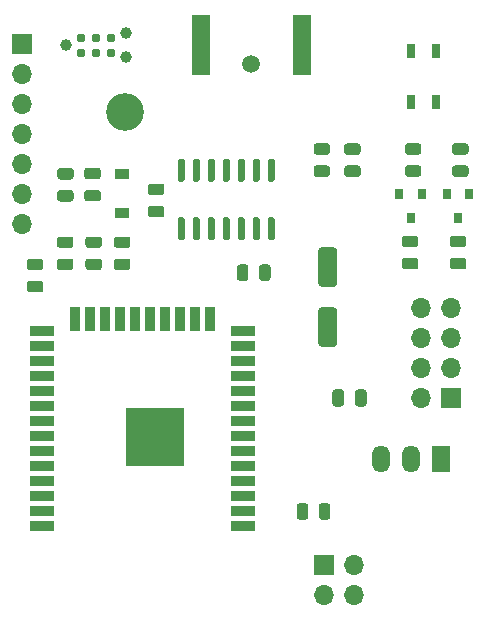
<source format=gts>
G04 #@! TF.GenerationSoftware,KiCad,Pcbnew,(5.1.9-0-10_14)*
G04 #@! TF.CreationDate,2021-06-21T08:57:09+02:00*
G04 #@! TF.ProjectId,ithowifi_4l,6974686f-7769-4666-995f-346c2e6b6963,rev?*
G04 #@! TF.SameCoordinates,Original*
G04 #@! TF.FileFunction,Soldermask,Top*
G04 #@! TF.FilePolarity,Negative*
%FSLAX46Y46*%
G04 Gerber Fmt 4.6, Leading zero omitted, Abs format (unit mm)*
G04 Created by KiCad (PCBNEW (5.1.9-0-10_14)) date 2021-06-21 08:57:09*
%MOMM*%
%LPD*%
G01*
G04 APERTURE LIST*
%ADD10R,0.650000X1.200000*%
%ADD11O,1.700000X1.700000*%
%ADD12R,1.700000X1.700000*%
%ADD13C,3.200000*%
%ADD14C,0.787400*%
%ADD15C,0.990600*%
%ADD16R,2.000000X0.900000*%
%ADD17R,0.900000X2.000000*%
%ADD18R,5.000000X5.000000*%
%ADD19C,1.500000*%
%ADD20R,1.200000X0.900000*%
%ADD21R,1.500000X5.080000*%
%ADD22R,0.800000X0.900000*%
%ADD23O,1.500000X2.300000*%
%ADD24R,1.500000X2.300000*%
G04 APERTURE END LIST*
D10*
X118682000Y-112693000D03*
X118682000Y-108393000D03*
X120832000Y-112693000D03*
X120832000Y-108393000D03*
G36*
G01*
X113032000Y-137293000D02*
X113032000Y-138243000D01*
G75*
G02*
X112782000Y-138493000I-250000J0D01*
G01*
X112282000Y-138493000D01*
G75*
G02*
X112032000Y-138243000I0J250000D01*
G01*
X112032000Y-137293000D01*
G75*
G02*
X112282000Y-137043000I250000J0D01*
G01*
X112782000Y-137043000D01*
G75*
G02*
X113032000Y-137293000I0J-250000D01*
G01*
G37*
G36*
G01*
X114932000Y-137293000D02*
X114932000Y-138243000D01*
G75*
G02*
X114682000Y-138493000I-250000J0D01*
G01*
X114182000Y-138493000D01*
G75*
G02*
X113932000Y-138243000I0J250000D01*
G01*
X113932000Y-137293000D01*
G75*
G02*
X114182000Y-137043000I250000J0D01*
G01*
X114682000Y-137043000D01*
G75*
G02*
X114932000Y-137293000I0J-250000D01*
G01*
G37*
G36*
G01*
X112182000Y-128355500D02*
X111082000Y-128355500D01*
G75*
G02*
X110832000Y-128105500I0J250000D01*
G01*
X110832000Y-125280500D01*
G75*
G02*
X111082000Y-125030500I250000J0D01*
G01*
X112182000Y-125030500D01*
G75*
G02*
X112432000Y-125280500I0J-250000D01*
G01*
X112432000Y-128105500D01*
G75*
G02*
X112182000Y-128355500I-250000J0D01*
G01*
G37*
G36*
G01*
X112182000Y-133430500D02*
X111082000Y-133430500D01*
G75*
G02*
X110832000Y-133180500I0J250000D01*
G01*
X110832000Y-130355500D01*
G75*
G02*
X111082000Y-130105500I250000J0D01*
G01*
X112182000Y-130105500D01*
G75*
G02*
X112432000Y-130355500I0J-250000D01*
G01*
X112432000Y-133180500D01*
G75*
G02*
X112182000Y-133430500I-250000J0D01*
G01*
G37*
D11*
X113832000Y-154468000D03*
X111292000Y-154468000D03*
X113832000Y-151928000D03*
D12*
X111292000Y-151928000D03*
D13*
X94488000Y-113538000D03*
G36*
G01*
X99372600Y-124416000D02*
X99072600Y-124416000D01*
G75*
G02*
X98922600Y-124266000I0J150000D01*
G01*
X98922600Y-122616000D01*
G75*
G02*
X99072600Y-122466000I150000J0D01*
G01*
X99372600Y-122466000D01*
G75*
G02*
X99522600Y-122616000I0J-150000D01*
G01*
X99522600Y-124266000D01*
G75*
G02*
X99372600Y-124416000I-150000J0D01*
G01*
G37*
G36*
G01*
X100642600Y-124416000D02*
X100342600Y-124416000D01*
G75*
G02*
X100192600Y-124266000I0J150000D01*
G01*
X100192600Y-122616000D01*
G75*
G02*
X100342600Y-122466000I150000J0D01*
G01*
X100642600Y-122466000D01*
G75*
G02*
X100792600Y-122616000I0J-150000D01*
G01*
X100792600Y-124266000D01*
G75*
G02*
X100642600Y-124416000I-150000J0D01*
G01*
G37*
G36*
G01*
X101912600Y-124416000D02*
X101612600Y-124416000D01*
G75*
G02*
X101462600Y-124266000I0J150000D01*
G01*
X101462600Y-122616000D01*
G75*
G02*
X101612600Y-122466000I150000J0D01*
G01*
X101912600Y-122466000D01*
G75*
G02*
X102062600Y-122616000I0J-150000D01*
G01*
X102062600Y-124266000D01*
G75*
G02*
X101912600Y-124416000I-150000J0D01*
G01*
G37*
G36*
G01*
X103182600Y-124416000D02*
X102882600Y-124416000D01*
G75*
G02*
X102732600Y-124266000I0J150000D01*
G01*
X102732600Y-122616000D01*
G75*
G02*
X102882600Y-122466000I150000J0D01*
G01*
X103182600Y-122466000D01*
G75*
G02*
X103332600Y-122616000I0J-150000D01*
G01*
X103332600Y-124266000D01*
G75*
G02*
X103182600Y-124416000I-150000J0D01*
G01*
G37*
G36*
G01*
X104452600Y-124416000D02*
X104152600Y-124416000D01*
G75*
G02*
X104002600Y-124266000I0J150000D01*
G01*
X104002600Y-122616000D01*
G75*
G02*
X104152600Y-122466000I150000J0D01*
G01*
X104452600Y-122466000D01*
G75*
G02*
X104602600Y-122616000I0J-150000D01*
G01*
X104602600Y-124266000D01*
G75*
G02*
X104452600Y-124416000I-150000J0D01*
G01*
G37*
G36*
G01*
X105722600Y-124416000D02*
X105422600Y-124416000D01*
G75*
G02*
X105272600Y-124266000I0J150000D01*
G01*
X105272600Y-122616000D01*
G75*
G02*
X105422600Y-122466000I150000J0D01*
G01*
X105722600Y-122466000D01*
G75*
G02*
X105872600Y-122616000I0J-150000D01*
G01*
X105872600Y-124266000D01*
G75*
G02*
X105722600Y-124416000I-150000J0D01*
G01*
G37*
G36*
G01*
X106992600Y-124416000D02*
X106692600Y-124416000D01*
G75*
G02*
X106542600Y-124266000I0J150000D01*
G01*
X106542600Y-122616000D01*
G75*
G02*
X106692600Y-122466000I150000J0D01*
G01*
X106992600Y-122466000D01*
G75*
G02*
X107142600Y-122616000I0J-150000D01*
G01*
X107142600Y-124266000D01*
G75*
G02*
X106992600Y-124416000I-150000J0D01*
G01*
G37*
G36*
G01*
X106992600Y-119466000D02*
X106692600Y-119466000D01*
G75*
G02*
X106542600Y-119316000I0J150000D01*
G01*
X106542600Y-117666000D01*
G75*
G02*
X106692600Y-117516000I150000J0D01*
G01*
X106992600Y-117516000D01*
G75*
G02*
X107142600Y-117666000I0J-150000D01*
G01*
X107142600Y-119316000D01*
G75*
G02*
X106992600Y-119466000I-150000J0D01*
G01*
G37*
G36*
G01*
X105722600Y-119466000D02*
X105422600Y-119466000D01*
G75*
G02*
X105272600Y-119316000I0J150000D01*
G01*
X105272600Y-117666000D01*
G75*
G02*
X105422600Y-117516000I150000J0D01*
G01*
X105722600Y-117516000D01*
G75*
G02*
X105872600Y-117666000I0J-150000D01*
G01*
X105872600Y-119316000D01*
G75*
G02*
X105722600Y-119466000I-150000J0D01*
G01*
G37*
G36*
G01*
X104452600Y-119466000D02*
X104152600Y-119466000D01*
G75*
G02*
X104002600Y-119316000I0J150000D01*
G01*
X104002600Y-117666000D01*
G75*
G02*
X104152600Y-117516000I150000J0D01*
G01*
X104452600Y-117516000D01*
G75*
G02*
X104602600Y-117666000I0J-150000D01*
G01*
X104602600Y-119316000D01*
G75*
G02*
X104452600Y-119466000I-150000J0D01*
G01*
G37*
G36*
G01*
X103182600Y-119466000D02*
X102882600Y-119466000D01*
G75*
G02*
X102732600Y-119316000I0J150000D01*
G01*
X102732600Y-117666000D01*
G75*
G02*
X102882600Y-117516000I150000J0D01*
G01*
X103182600Y-117516000D01*
G75*
G02*
X103332600Y-117666000I0J-150000D01*
G01*
X103332600Y-119316000D01*
G75*
G02*
X103182600Y-119466000I-150000J0D01*
G01*
G37*
G36*
G01*
X101912600Y-119466000D02*
X101612600Y-119466000D01*
G75*
G02*
X101462600Y-119316000I0J150000D01*
G01*
X101462600Y-117666000D01*
G75*
G02*
X101612600Y-117516000I150000J0D01*
G01*
X101912600Y-117516000D01*
G75*
G02*
X102062600Y-117666000I0J-150000D01*
G01*
X102062600Y-119316000D01*
G75*
G02*
X101912600Y-119466000I-150000J0D01*
G01*
G37*
G36*
G01*
X100642600Y-119466000D02*
X100342600Y-119466000D01*
G75*
G02*
X100192600Y-119316000I0J150000D01*
G01*
X100192600Y-117666000D01*
G75*
G02*
X100342600Y-117516000I150000J0D01*
G01*
X100642600Y-117516000D01*
G75*
G02*
X100792600Y-117666000I0J-150000D01*
G01*
X100792600Y-119316000D01*
G75*
G02*
X100642600Y-119466000I-150000J0D01*
G01*
G37*
G36*
G01*
X99372600Y-119466000D02*
X99072600Y-119466000D01*
G75*
G02*
X98922600Y-119316000I0J150000D01*
G01*
X98922600Y-117666000D01*
G75*
G02*
X99072600Y-117516000I150000J0D01*
G01*
X99372600Y-117516000D01*
G75*
G02*
X99522600Y-117666000I0J-150000D01*
G01*
X99522600Y-119316000D01*
G75*
G02*
X99372600Y-119466000I-150000J0D01*
G01*
G37*
D14*
X93306000Y-107266400D03*
X92036000Y-107266400D03*
X93306000Y-108536400D03*
X92036000Y-108536400D03*
X90766000Y-108536400D03*
X90766000Y-107266400D03*
D15*
X94576000Y-108917400D03*
X94576000Y-106885400D03*
X89496000Y-107901400D03*
D16*
X87477600Y-148615400D03*
X87477600Y-147345400D03*
X87477600Y-146075400D03*
X87477600Y-144805400D03*
X87477600Y-143535400D03*
X87477600Y-142265400D03*
X87477600Y-140995400D03*
X87477600Y-139725400D03*
X87477600Y-138455400D03*
X87477600Y-137185400D03*
X87477600Y-135915400D03*
X87477600Y-134645400D03*
X87477600Y-133375400D03*
X87477600Y-132105400D03*
D17*
X90262600Y-131105400D03*
X91532600Y-131105400D03*
X92802600Y-131105400D03*
X94072600Y-131105400D03*
X95342600Y-131105400D03*
X96612600Y-131105400D03*
X97882600Y-131105400D03*
X99152600Y-131105400D03*
X100422600Y-131105400D03*
X101692600Y-131105400D03*
D16*
X104477600Y-132105400D03*
X104477600Y-133375400D03*
X104477600Y-134645400D03*
X104477600Y-135915400D03*
X104477600Y-137185400D03*
X104477600Y-138455400D03*
X104477600Y-139725400D03*
X104477600Y-140995400D03*
X104477600Y-142265400D03*
X104477600Y-143535400D03*
X104477600Y-144805400D03*
X104477600Y-146075400D03*
X104477600Y-147345400D03*
X104477600Y-148615400D03*
D18*
X96977600Y-141115400D03*
G36*
G01*
X105819500Y-127624250D02*
X105819500Y-126711750D01*
G75*
G02*
X106063250Y-126468000I243750J0D01*
G01*
X106550750Y-126468000D01*
G75*
G02*
X106794500Y-126711750I0J-243750D01*
G01*
X106794500Y-127624250D01*
G75*
G02*
X106550750Y-127868000I-243750J0D01*
G01*
X106063250Y-127868000D01*
G75*
G02*
X105819500Y-127624250I0J243750D01*
G01*
G37*
G36*
G01*
X103944500Y-127624250D02*
X103944500Y-126711750D01*
G75*
G02*
X104188250Y-126468000I243750J0D01*
G01*
X104675750Y-126468000D01*
G75*
G02*
X104919500Y-126711750I0J-243750D01*
G01*
X104919500Y-127624250D01*
G75*
G02*
X104675750Y-127868000I-243750J0D01*
G01*
X104188250Y-127868000D01*
G75*
G02*
X103944500Y-127624250I0J243750D01*
G01*
G37*
D19*
X105181400Y-109474000D03*
G36*
G01*
X87324250Y-126954100D02*
X86411750Y-126954100D01*
G75*
G02*
X86168000Y-126710350I0J243750D01*
G01*
X86168000Y-126222850D01*
G75*
G02*
X86411750Y-125979100I243750J0D01*
G01*
X87324250Y-125979100D01*
G75*
G02*
X87568000Y-126222850I0J-243750D01*
G01*
X87568000Y-126710350D01*
G75*
G02*
X87324250Y-126954100I-243750J0D01*
G01*
G37*
G36*
G01*
X87324250Y-128829100D02*
X86411750Y-128829100D01*
G75*
G02*
X86168000Y-128585350I0J243750D01*
G01*
X86168000Y-128097850D01*
G75*
G02*
X86411750Y-127854100I243750J0D01*
G01*
X87324250Y-127854100D01*
G75*
G02*
X87568000Y-128097850I0J-243750D01*
G01*
X87568000Y-128585350D01*
G75*
G02*
X87324250Y-128829100I-243750J0D01*
G01*
G37*
G36*
G01*
X88951750Y-125974500D02*
X89864250Y-125974500D01*
G75*
G02*
X90108000Y-126218250I0J-243750D01*
G01*
X90108000Y-126705750D01*
G75*
G02*
X89864250Y-126949500I-243750J0D01*
G01*
X88951750Y-126949500D01*
G75*
G02*
X88708000Y-126705750I0J243750D01*
G01*
X88708000Y-126218250D01*
G75*
G02*
X88951750Y-125974500I243750J0D01*
G01*
G37*
G36*
G01*
X88951750Y-124099500D02*
X89864250Y-124099500D01*
G75*
G02*
X90108000Y-124343250I0J-243750D01*
G01*
X90108000Y-124830750D01*
G75*
G02*
X89864250Y-125074500I-243750J0D01*
G01*
X88951750Y-125074500D01*
G75*
G02*
X88708000Y-124830750I0J243750D01*
G01*
X88708000Y-124343250D01*
G75*
G02*
X88951750Y-124099500I243750J0D01*
G01*
G37*
G36*
G01*
X94690250Y-125074500D02*
X93777750Y-125074500D01*
G75*
G02*
X93534000Y-124830750I0J243750D01*
G01*
X93534000Y-124343250D01*
G75*
G02*
X93777750Y-124099500I243750J0D01*
G01*
X94690250Y-124099500D01*
G75*
G02*
X94934000Y-124343250I0J-243750D01*
G01*
X94934000Y-124830750D01*
G75*
G02*
X94690250Y-125074500I-243750J0D01*
G01*
G37*
G36*
G01*
X94690250Y-126949500D02*
X93777750Y-126949500D01*
G75*
G02*
X93534000Y-126705750I0J243750D01*
G01*
X93534000Y-126218250D01*
G75*
G02*
X93777750Y-125974500I243750J0D01*
G01*
X94690250Y-125974500D01*
G75*
G02*
X94934000Y-126218250I0J-243750D01*
G01*
X94934000Y-126705750D01*
G75*
G02*
X94690250Y-126949500I-243750J0D01*
G01*
G37*
G36*
G01*
X89888250Y-119280500D02*
X88975750Y-119280500D01*
G75*
G02*
X88732000Y-119036750I0J243750D01*
G01*
X88732000Y-118549250D01*
G75*
G02*
X88975750Y-118305500I243750J0D01*
G01*
X89888250Y-118305500D01*
G75*
G02*
X90132000Y-118549250I0J-243750D01*
G01*
X90132000Y-119036750D01*
G75*
G02*
X89888250Y-119280500I-243750J0D01*
G01*
G37*
G36*
G01*
X89888250Y-121155500D02*
X88975750Y-121155500D01*
G75*
G02*
X88732000Y-120911750I0J243750D01*
G01*
X88732000Y-120424250D01*
G75*
G02*
X88975750Y-120180500I243750J0D01*
G01*
X89888250Y-120180500D01*
G75*
G02*
X90132000Y-120424250I0J-243750D01*
G01*
X90132000Y-120911750D01*
G75*
G02*
X89888250Y-121155500I-243750J0D01*
G01*
G37*
D11*
X85725000Y-123037600D03*
X85725000Y-120497600D03*
X85725000Y-117957600D03*
X85725000Y-115417600D03*
X85725000Y-112877600D03*
X85725000Y-110337600D03*
D12*
X85725000Y-107797600D03*
D20*
X94232000Y-122068000D03*
X94232000Y-118768000D03*
G36*
G01*
X110886900Y-147827050D02*
X110886900Y-146914550D01*
G75*
G02*
X111130650Y-146670800I243750J0D01*
G01*
X111618150Y-146670800D01*
G75*
G02*
X111861900Y-146914550I0J-243750D01*
G01*
X111861900Y-147827050D01*
G75*
G02*
X111618150Y-148070800I-243750J0D01*
G01*
X111130650Y-148070800D01*
G75*
G02*
X110886900Y-147827050I0J243750D01*
G01*
G37*
G36*
G01*
X109011900Y-147827050D02*
X109011900Y-146914550D01*
G75*
G02*
X109255650Y-146670800I243750J0D01*
G01*
X109743150Y-146670800D01*
G75*
G02*
X109986900Y-146914550I0J-243750D01*
G01*
X109986900Y-147827050D01*
G75*
G02*
X109743150Y-148070800I-243750J0D01*
G01*
X109255650Y-148070800D01*
G75*
G02*
X109011900Y-147827050I0J243750D01*
G01*
G37*
G36*
G01*
X92188250Y-119255500D02*
X91275750Y-119255500D01*
G75*
G02*
X91032000Y-119011750I0J243750D01*
G01*
X91032000Y-118524250D01*
G75*
G02*
X91275750Y-118280500I243750J0D01*
G01*
X92188250Y-118280500D01*
G75*
G02*
X92432000Y-118524250I0J-243750D01*
G01*
X92432000Y-119011750D01*
G75*
G02*
X92188250Y-119255500I-243750J0D01*
G01*
G37*
G36*
G01*
X92188250Y-121130500D02*
X91275750Y-121130500D01*
G75*
G02*
X91032000Y-120886750I0J243750D01*
G01*
X91032000Y-120399250D01*
G75*
G02*
X91275750Y-120155500I243750J0D01*
G01*
X92188250Y-120155500D01*
G75*
G02*
X92432000Y-120399250I0J-243750D01*
G01*
X92432000Y-120886750D01*
G75*
G02*
X92188250Y-121130500I-243750J0D01*
G01*
G37*
D21*
X100931400Y-107848400D03*
X109431400Y-107848400D03*
G36*
G01*
X110675750Y-118080500D02*
X111588250Y-118080500D01*
G75*
G02*
X111832000Y-118324250I0J-243750D01*
G01*
X111832000Y-118811750D01*
G75*
G02*
X111588250Y-119055500I-243750J0D01*
G01*
X110675750Y-119055500D01*
G75*
G02*
X110432000Y-118811750I0J243750D01*
G01*
X110432000Y-118324250D01*
G75*
G02*
X110675750Y-118080500I243750J0D01*
G01*
G37*
G36*
G01*
X110675750Y-116205500D02*
X111588250Y-116205500D01*
G75*
G02*
X111832000Y-116449250I0J-243750D01*
G01*
X111832000Y-116936750D01*
G75*
G02*
X111588250Y-117180500I-243750J0D01*
G01*
X110675750Y-117180500D01*
G75*
G02*
X110432000Y-116936750I0J243750D01*
G01*
X110432000Y-116449250D01*
G75*
G02*
X110675750Y-116205500I243750J0D01*
G01*
G37*
G36*
G01*
X92277250Y-126949500D02*
X91364750Y-126949500D01*
G75*
G02*
X91121000Y-126705750I0J243750D01*
G01*
X91121000Y-126218250D01*
G75*
G02*
X91364750Y-125974500I243750J0D01*
G01*
X92277250Y-125974500D01*
G75*
G02*
X92521000Y-126218250I0J-243750D01*
G01*
X92521000Y-126705750D01*
G75*
G02*
X92277250Y-126949500I-243750J0D01*
G01*
G37*
G36*
G01*
X92277250Y-125074500D02*
X91364750Y-125074500D01*
G75*
G02*
X91121000Y-124830750I0J243750D01*
G01*
X91121000Y-124343250D01*
G75*
G02*
X91364750Y-124099500I243750J0D01*
G01*
X92277250Y-124099500D01*
G75*
G02*
X92521000Y-124343250I0J-243750D01*
G01*
X92521000Y-124830750D01*
G75*
G02*
X92277250Y-125074500I-243750J0D01*
G01*
G37*
G36*
G01*
X113275750Y-118080500D02*
X114188250Y-118080500D01*
G75*
G02*
X114432000Y-118324250I0J-243750D01*
G01*
X114432000Y-118811750D01*
G75*
G02*
X114188250Y-119055500I-243750J0D01*
G01*
X113275750Y-119055500D01*
G75*
G02*
X113032000Y-118811750I0J243750D01*
G01*
X113032000Y-118324250D01*
G75*
G02*
X113275750Y-118080500I243750J0D01*
G01*
G37*
G36*
G01*
X113275750Y-116205500D02*
X114188250Y-116205500D01*
G75*
G02*
X114432000Y-116449250I0J-243750D01*
G01*
X114432000Y-116936750D01*
G75*
G02*
X114188250Y-117180500I-243750J0D01*
G01*
X113275750Y-117180500D01*
G75*
G02*
X113032000Y-116936750I0J243750D01*
G01*
X113032000Y-116449250D01*
G75*
G02*
X113275750Y-116205500I243750J0D01*
G01*
G37*
G36*
G01*
X118161750Y-125911000D02*
X119074250Y-125911000D01*
G75*
G02*
X119318000Y-126154750I0J-243750D01*
G01*
X119318000Y-126642250D01*
G75*
G02*
X119074250Y-126886000I-243750J0D01*
G01*
X118161750Y-126886000D01*
G75*
G02*
X117918000Y-126642250I0J243750D01*
G01*
X117918000Y-126154750D01*
G75*
G02*
X118161750Y-125911000I243750J0D01*
G01*
G37*
G36*
G01*
X118161750Y-124036000D02*
X119074250Y-124036000D01*
G75*
G02*
X119318000Y-124279750I0J-243750D01*
G01*
X119318000Y-124767250D01*
G75*
G02*
X119074250Y-125011000I-243750J0D01*
G01*
X118161750Y-125011000D01*
G75*
G02*
X117918000Y-124767250I0J243750D01*
G01*
X117918000Y-124279750D01*
G75*
G02*
X118161750Y-124036000I243750J0D01*
G01*
G37*
G36*
G01*
X122225750Y-125911000D02*
X123138250Y-125911000D01*
G75*
G02*
X123382000Y-126154750I0J-243750D01*
G01*
X123382000Y-126642250D01*
G75*
G02*
X123138250Y-126886000I-243750J0D01*
G01*
X122225750Y-126886000D01*
G75*
G02*
X121982000Y-126642250I0J243750D01*
G01*
X121982000Y-126154750D01*
G75*
G02*
X122225750Y-125911000I243750J0D01*
G01*
G37*
G36*
G01*
X122225750Y-124036000D02*
X123138250Y-124036000D01*
G75*
G02*
X123382000Y-124279750I0J-243750D01*
G01*
X123382000Y-124767250D01*
G75*
G02*
X123138250Y-125011000I-243750J0D01*
G01*
X122225750Y-125011000D01*
G75*
G02*
X121982000Y-124767250I0J243750D01*
G01*
X121982000Y-124279750D01*
G75*
G02*
X122225750Y-124036000I243750J0D01*
G01*
G37*
G36*
G01*
X118415750Y-118074400D02*
X119328250Y-118074400D01*
G75*
G02*
X119572000Y-118318150I0J-243750D01*
G01*
X119572000Y-118805650D01*
G75*
G02*
X119328250Y-119049400I-243750J0D01*
G01*
X118415750Y-119049400D01*
G75*
G02*
X118172000Y-118805650I0J243750D01*
G01*
X118172000Y-118318150D01*
G75*
G02*
X118415750Y-118074400I243750J0D01*
G01*
G37*
G36*
G01*
X118415750Y-116199400D02*
X119328250Y-116199400D01*
G75*
G02*
X119572000Y-116443150I0J-243750D01*
G01*
X119572000Y-116930650D01*
G75*
G02*
X119328250Y-117174400I-243750J0D01*
G01*
X118415750Y-117174400D01*
G75*
G02*
X118172000Y-116930650I0J243750D01*
G01*
X118172000Y-116443150D01*
G75*
G02*
X118415750Y-116199400I243750J0D01*
G01*
G37*
G36*
G01*
X123316050Y-117174400D02*
X122403550Y-117174400D01*
G75*
G02*
X122159800Y-116930650I0J243750D01*
G01*
X122159800Y-116443150D01*
G75*
G02*
X122403550Y-116199400I243750J0D01*
G01*
X123316050Y-116199400D01*
G75*
G02*
X123559800Y-116443150I0J-243750D01*
G01*
X123559800Y-116930650D01*
G75*
G02*
X123316050Y-117174400I-243750J0D01*
G01*
G37*
G36*
G01*
X123316050Y-119049400D02*
X122403550Y-119049400D01*
G75*
G02*
X122159800Y-118805650I0J243750D01*
G01*
X122159800Y-118318150D01*
G75*
G02*
X122403550Y-118074400I243750J0D01*
G01*
X123316050Y-118074400D01*
G75*
G02*
X123559800Y-118318150I0J-243750D01*
G01*
X123559800Y-118805650D01*
G75*
G02*
X123316050Y-119049400I-243750J0D01*
G01*
G37*
G36*
G01*
X97570650Y-122479100D02*
X96658150Y-122479100D01*
G75*
G02*
X96414400Y-122235350I0J243750D01*
G01*
X96414400Y-121747850D01*
G75*
G02*
X96658150Y-121504100I243750J0D01*
G01*
X97570650Y-121504100D01*
G75*
G02*
X97814400Y-121747850I0J-243750D01*
G01*
X97814400Y-122235350D01*
G75*
G02*
X97570650Y-122479100I-243750J0D01*
G01*
G37*
G36*
G01*
X97570650Y-120604100D02*
X96658150Y-120604100D01*
G75*
G02*
X96414400Y-120360350I0J243750D01*
G01*
X96414400Y-119872850D01*
G75*
G02*
X96658150Y-119629100I243750J0D01*
G01*
X97570650Y-119629100D01*
G75*
G02*
X97814400Y-119872850I0J-243750D01*
G01*
X97814400Y-120360350D01*
G75*
G02*
X97570650Y-120604100I-243750J0D01*
G01*
G37*
D22*
X118658600Y-122539000D03*
X117708600Y-120539000D03*
X119608600Y-120539000D03*
X122656600Y-122539000D03*
X121706600Y-120539000D03*
X123606600Y-120539000D03*
D23*
X116179600Y-142951200D03*
X118719600Y-142951200D03*
D24*
X121259600Y-142951200D03*
D12*
X122047000Y-137795000D03*
D11*
X119507000Y-137795000D03*
X122047000Y-135255000D03*
X119507000Y-135255000D03*
X122047000Y-132715000D03*
X119507000Y-132715000D03*
X122047000Y-130175000D03*
X119507000Y-130175000D03*
M02*

</source>
